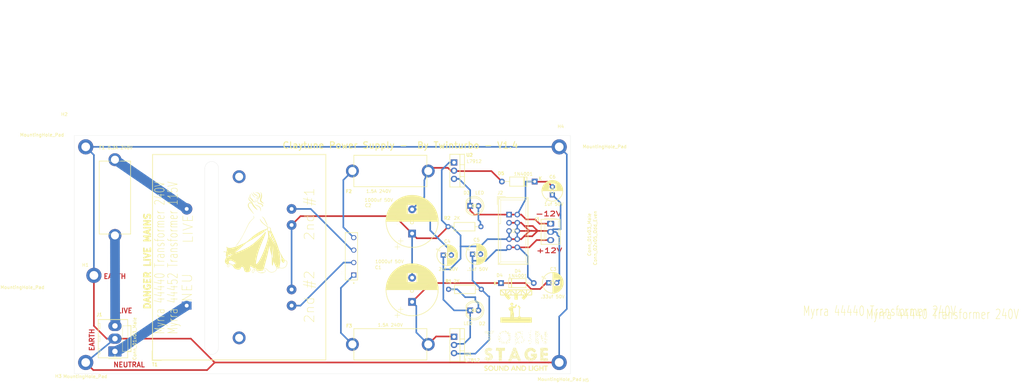
<source format=kicad_pcb>
(kicad_pcb (version 20171130) (host pcbnew 5.1.5-52549c5~86~ubuntu18.04.1)
  (layers (0 F.Cu signal) (31 B.Cu signal) (34 B.Paste user) (35 F.Paste user) (36 B.SilkS user) (37 F.SilkS user) (38 B.Mask user) (39 F.Mask user) (44 Edge.Cuts user))
  (net 0 "")
  (net 1 "Net-(C1-Pad1)")
  (net 2 "Net-(C2-Pad2)")
  (net 3 "Net-(D1-Pad4)")
  (net 4 "Net-(D1-Pad3)")
  (net 5 "Net-(D1-Pad2)")
  (net 6 "Net-(D1-Pad1)")
  (net 7 "Net-(D2-Pad2)")
  (net 8 "Net-(D3-Pad2)")
  (net 9 "Net-(F1-Pad1)")
  (net 10 GND)
  (net 11 -12V)
  (net 12 NEUT)
  (net 13 Earth)
  (net 14 LINE)
  (net 15 +12V)
  (module "" (layer F.Cu) (at 51.562 82.804)
    (fp_text reference "" (at 175.26 7.874) (layer F.SilkS) (effects (font (size 1.27 1.27))))
    (fp_text value "" (at 175.26 7.874) (layer F.SilkS) (effects (font (size 1.27 1.27))))
    (fp_text user "Myrra 44440 Transformer 240V " (at 223.012 21.336) (layer F.SilkS) (effects (font (size 3 2))))
  )
  (module "" (layer F.Cu) (at 175.26 7.874)
    (fp_text reference "" (at 80.49 79.22) (layer F.SilkS) (effects (font (size 1.27 1.27))))
    (fp_text value "" (at 80.49 79.22) (layer F.SilkS) (effects (font (size 1.27 1.27))))
    (fp_text user "Myrra 44440 Transformer 240V " (at 118.844 97.254) (layer F.SilkS) (effects (font (size 3 2))))
  )
  (module AA-ROB:GX-F1 (layer F.Cu) (at 80.49 79.22)
    (fp_text reference G2 hide)
    (fp_text value LOGO hide)
  )
  (module AA-ROB:GX-TOBINLOGO (layer F.Cu) (at 161.29 110.16)
    (fp_text reference G1 hide)
    (fp_text value LOGO hide)
  )
  (module Capacitor_THT:CP_Radial_D6.3mm_P2.50mm (layer F.Cu) (at 172.466 68.072 90)
    (fp_text reference C6 (at 5.562 0.014 180) (layer F.SilkS))
    (fp_text value "1uf 50V" (at -2.878 0.454 180) (layer F.SilkS))
    (fp_text user %R (at 1.25 0 90) (layer F.SilkS))
    (pad 2 thru_hole circle (at 2.5 0 90) (size 1.6 1.6) (drill 0.8) (layers *.Cu *.Mask) (net 11 -12V))
    (pad 1 thru_hole rect (at 0 0 90) (size 1.6 1.6) (drill 0.8) (layers *.Cu *.Mask) (net 10 GND))
  )
  (module MountingHole:MountingHole_2.7mm_M2.5_DIN965_Pad (layer F.Cu) (at 174.57 120.08)
    (fp_text reference H5 (at 8.21 5.52) (layer F.SilkS))
    (fp_text value MountingHole_Pad (at 0.1 5.22) (layer F.SilkS))
    (fp_text user %R (at 0.3 0) (layer F.SilkS))
    (pad 1 thru_hole circle (at 0 0) (size 4.7 4.7) (drill 2.7) (layers *.Cu *.Mask) (net 13 Earth))
  )
  (module MountingHole:MountingHole_2.7mm_M2.5_DIN965_Pad (layer F.Cu) (at 174.58 53.19)
    (fp_text reference H4 (at 0.48 -6.33) (layer F.SilkS))
    (fp_text value MountingHole_Pad (at 14.08 -0.08) (layer F.SilkS))
    (fp_text user %R (at 0.3 0) (layer F.SilkS))
    (pad 1 thru_hole circle (at 0 0) (size 4.7 4.7) (drill 2.7) (layers *.Cu *.Mask) (net 13 Earth))
  )
  (module MountingHole:MountingHole_2.7mm_M2.5_DIN965_Pad (layer F.Cu) (at 27.87 120.08)
    (fp_text reference H3 (at -8.48 4.25) (layer F.SilkS))
    (fp_text value MountingHole_Pad (at -0.15 4.33) (layer F.SilkS))
    (fp_text user %R (at 0.3 0) (layer F.SilkS))
    (pad 1 thru_hole circle (at 0 0) (size 4.7 4.7) (drill 2.7) (layers *.Cu *.Mask) (net 13 Earth))
  )
  (module MountingHole:MountingHole_2.7mm_M2.5_DIN965_Pad (layer F.Cu) (at 27.88 53.18)
    (fp_text reference H2 (at -6.62 -10.09) (layer F.SilkS))
    (fp_text value MountingHole_Pad (at -13.55 -3.71) (layer F.SilkS))
    (fp_text user %R (at 0.3 0) (layer F.SilkS))
    (pad 1 thru_hole circle (at 0 0) (size 4.7 4.7) (drill 2.7) (layers *.Cu *.Mask) (net 13 Earth))
  )
  (module AA-ROB:PCB-20MM-FUSE-HOLDER (layer F.Cu) (at 133.5 114.46 180)
    (fp_text reference F3 (at 24.04 5.7 180) (layer F.SilkS))
    (fp_text value "1.5A 240V" (at 11.25 6 180) (layer F.SilkS))
    (fp_text user %R (at 24.01 5.76 180) (layer F.SilkS))
    (pad 1 thru_hole circle (at -0.5 0 180) (size 4 4) (drill 2.5) (layers *.Cu *.Mask) (net 1 "Net-(C1-Pad1)"))
    (pad 2 thru_hole circle (at 23 0 180) (size 4 4) (drill 2.5) (layers *.Cu *.Mask) (net 6 "Net-(D1-Pad1)"))
  )
  (module AA-ROB:PCB-20MM-FUSE-HOLDER (layer F.Cu) (at 133.5 60.67 180)
    (fp_text reference F2 (at 24.15 -6.27 180) (layer F.SilkS))
    (fp_text value "1.5A 240V" (at 14.86 -6.27 180) (layer F.SilkS))
    (fp_text user %R (at 24.06 -6.36 180) (layer F.SilkS))
    (pad 1 thru_hole circle (at -0.5 0 180) (size 4 4) (drill 2.5) (layers *.Cu *.Mask) (net 2 "Net-(C2-Pad2)"))
    (pad 2 thru_hole circle (at 23 0 180) (size 4 4) (drill 2.5) (layers *.Cu *.Mask) (net 3 "Net-(D1-Pad4)"))
  )
  (module ROBSLIBRARY:googiefuse (layer F.Cu) (at 36.93 57.66 270)
    (fp_text reference F1 (at -4.23 4.02 180) (layer F.SilkS))
    (fp_text value "0.2A 240V" (at -4.24 -1.58 180) (layer F.SilkS))
    (fp_text user %R (at -4.22 4.02 180) (layer F.SilkS))
    (pad 2 thru_hole circle (at 23 0 270) (size 4 4) (drill 2.5) (layers *.Cu *.Mask) (net 14 LINE))
    (pad 1 thru_hole circle (at -0.5 0 270) (size 4 4) (drill 2.5) (layers *.Cu *.Mask) (net 9 "Net-(F1-Pad1)"))
  )
  (module Capacitor_THT:CP_Radial_D6.3mm_P2.50mm (layer F.Cu) (at 147.71 86.48)
    (fp_text reference C5 (at 1.26 -4.44) (layer F.SilkS))
    (fp_text value ".1uf 50V" (at 1.56 4.63 180) (layer F.SilkS))
    (fp_text user %R (at 1.25 0) (layer F.SilkS))
    (pad 2 thru_hole circle (at 2.5 0) (size 1.6 1.6) (drill 0.8) (layers *.Cu *.Mask) (net 10 GND))
    (pad 1 thru_hole rect (at 0 0) (size 1.6 1.6) (drill 0.8) (layers *.Cu *.Mask) (net 15 +12V))
  )
  (module Capacitor_THT:CP_Radial_D6.3mm_P2.50mm (layer F.Cu) (at 138.65 86.78)
    (fp_text reference C4 (at 1.26 -4.29) (layer F.SilkS))
    (fp_text value "2uf 50V" (at 1.55 4.33) (layer F.SilkS))
    (fp_text user %R (at 1.25 0) (layer F.SilkS))
    (pad 2 thru_hole circle (at 2.5 0) (size 1.6 1.6) (drill 0.8) (layers *.Cu *.Mask) (net 2 "Net-(C2-Pad2)"))
    (pad 1 thru_hole rect (at 0 0) (size 1.6 1.6) (drill 0.8) (layers *.Cu *.Mask) (net 10 GND))
  )
  (module Capacitor_THT:CP_Radial_D6.3mm_P2.50mm (layer F.Cu) (at 171.33 95.36)
    (fp_text reference C3 (at 1.38 -4.25) (layer F.SilkS))
    (fp_text value ".33uf 50V" (at 1.23 4.3) (layer F.SilkS))
    (fp_text user %R (at 1.25 0) (layer F.SilkS))
    (pad 2 thru_hole circle (at 2.5 0) (size 1.6 1.6) (drill 0.8) (layers *.Cu *.Mask) (net 10 GND))
    (pad 1 thru_hole rect (at 0 0) (size 1.6 1.6) (drill 0.8) (layers *.Cu *.Mask) (net 1 "Net-(C1-Pad1)"))
  )
  (module Diode_THT:D_A-405_P10.16mm_Horizontal (layer F.Cu) (at 166.98 63.95 180)
    (fp_text reference D5 (at 10.43 2.5) (layer F.SilkS))
    (fp_text value 1N4001 (at 3.53 2.33) (layer F.SilkS))
    (fp_text user K (at -1.78 1) (layer F.SilkS))
    (fp_text user K (at -1.69 0.91) (layer F.SilkS))
    (fp_text user %R (at 10.43 2.59) (layer F.SilkS))
    (pad 2 thru_hole oval (at 10.16 0 180) (size 1.8 1.8) (drill 0.9) (layers *.Cu *.Mask) (net 2 "Net-(C2-Pad2)"))
    (pad 1 thru_hole rect (at 0 0 180) (size 1.8 1.8) (drill 0.9) (layers *.Cu *.Mask) (net 11 -12V))
  )
  (module Diode_THT:D_A-405_P10.16mm_Horizontal (layer F.Cu) (at 156.53 95.44)
    (fp_text reference D4 (at -0.41 -2.41) (layer F.SilkS))
    (fp_text value 1N4001 (at 5.2 -2.23) (layer F.SilkS))
    (fp_text user K (at -1.81 0.09) (layer F.SilkS))
    (fp_text user K (at -1.66 0.17) (layer F.SilkS))
    (fp_text user %R (at 5.2 -3.72) (layer F.SilkS))
    (pad 2 thru_hole oval (at 10.16 0) (size 1.8 1.8) (drill 0.9) (layers *.Cu *.Mask) (net 15 +12V))
    (pad 1 thru_hole rect (at 0 0) (size 1.8 1.8) (drill 0.9) (layers *.Cu *.Mask) (net 1 "Net-(C1-Pad1)"))
  )
  (module Package_TO_SOT_THT:TO-220-3_Vertical (layer F.Cu) (at 142 58.03 270)
    (fp_text reference U2 (at -2.27 -4.84 180) (layer F.SilkS))
    (fp_text value L7912 (at -0.36 -6.22 180) (layer F.SilkS))
    (fp_text user %R (at -2.37 -4.74 180) (layer F.SilkS))
    (pad 3 thru_hole oval (at 5.08 0 270) (size 1.905 2) (drill 1.1) (layers *.Cu *.Mask) (net 11 -12V))
    (pad 2 thru_hole oval (at 2.54 0 270) (size 1.905 2) (drill 1.1) (layers *.Cu *.Mask) (net 2 "Net-(C2-Pad2)"))
    (pad 1 thru_hole rect (at 0 0 270) (size 1.905 2) (drill 1.1) (layers *.Cu *.Mask) (net 10 GND))
  )
  (module Package_TO_SOT_THT:TO-220-3_Vertical (layer F.Cu) (at 142 112.1 270)
    (fp_text reference U1 (at 5.44 -4.46 180) (layer F.SilkS))
    (fp_text value L7812 (at 7.28 -5.69 180) (layer F.SilkS))
    (fp_text user %R (at 5.44 -4.52 180) (layer F.SilkS))
    (pad 3 thru_hole oval (at 5.08 0 270) (size 1.905 2) (drill 1.1) (layers *.Cu *.Mask) (net 15 +12V))
    (pad 2 thru_hole oval (at 2.54 0 270) (size 1.905 2) (drill 1.1) (layers *.Cu *.Mask) (net 10 GND))
    (pad 1 thru_hole rect (at 0 0 270) (size 1.905 2) (drill 1.1) (layers *.Cu *.Mask) (net 1 "Net-(C1-Pad1)"))
  )
  (module ROBSLIBRARY:Transformer_Myrra_44440 (layer F.Cu) (at 48.66 119.24 90)
    (fp_text reference T1 (at -1.41 0.58 180) (layer F.SilkS))
    (fp_text value "Myrra 44440 Transformer 240V " (at 32.372 2.14 90) (layer F.SilkS) (effects (font (size 3 2))))
    (fp_text user %R (at -1.55 0.66 180) (layer F.SilkS))
    (fp_text user NEU (at 22.352 10.668 90) (layer F.SilkS) (effects (font (size 3 3))))
    (fp_text user LIVE (at 40.64 10.922 90) (layer F.SilkS) (effects (font (size 3 3))))
    (fp_text user "2nd #2" (at 19.558 48.514 90) (layer F.SilkS) (effects (font (size 3 3))))
    (fp_text user "2nd #1" (at 45.212 48.514 90) (layer F.SilkS) (effects (font (size 3 3))))
    (pad 1 thru_hole rect (at 16.8 10.5 90) (size 2.5 3) (drill 1.2) (layers *.Cu *.Mask) (net 12 NEUT))
    (pad 2 thru_hole circle (at 46.8 10.5 90) (size 3.5 3.5) (drill 1.2) (layers *.Cu *.Mask) (net 9 "Net-(F1-Pad1)"))
    (pad 4 thru_hole circle (at 41.8 43 90) (size 3 3) (drill 1.2) (layers *.Cu *.Mask) (net 10 GND))
    (pad 3 thru_hole circle (at 46.8 43 90) (size 3 3) (drill 1.2) (layers *.Cu *.Mask) (net 4 "Net-(D1-Pad3)"))
    (pad 6 thru_hole circle (at 16.8 43 90) (size 3 3) (drill 1.2) (layers *.Cu *.Mask) (net 5 "Net-(D1-Pad2)"))
    (pad 5 thru_hole circle (at 21.8 43 90) (size 3 3) (drill 1.2) (layers *.Cu *.Mask) (net 10 GND))
    (pad "" thru_hole circle (at 56.8 26.75 90) (size 4 4) (drill 2.5) (layers *.Cu *.Mask))
    (pad "" thru_hole circle (at 6.8 26.75 90) (size 4 4) (drill 2.5) (layers *.Cu *.Mask))
  )
  (module Capacitor_THT:CP_Radial_D16.0mm_P7.50mm (layer F.Cu) (at 129 101.28 90)
    (fp_text reference C1 (at 10.67 -10.5 180) (layer F.SilkS))
    (fp_text value "1000uf 50V" (at 12.51 -7.02 180) (layer F.SilkS))
    (fp_text user %R (at 3.75 0 90) (layer F.SilkS))
    (pad 2 thru_hole circle (at 7.5 0 90) (size 2.4 2.4) (drill 1.2) (layers *.Cu *.Mask) (net 10 GND))
    (pad 1 thru_hole rect (at 0 0 90) (size 2.4 2.4) (drill 1.2) (layers *.Cu *.Mask) (net 1 "Net-(C1-Pad1)"))
  )
  (module Capacitor_THT:CP_Radial_D16.0mm_P7.50mm (layer F.Cu) (at 129 80.07 90)
    (fp_text reference C2 (at 8.72 -13.62 180) (layer F.SilkS))
    (fp_text value "1000uf 50V" (at 10.37 -10.32 180) (layer F.SilkS))
    (fp_text user %R (at 3.75 0 90) (layer F.SilkS))
    (pad 1 thru_hole rect (at 0 0 90) (size 2.4 2.4) (drill 1.2) (layers *.Cu *.Mask) (net 10 GND))
    (pad 2 thru_hole circle (at 7.5 0 90) (size 2.4 2.4) (drill 1.2) (layers *.Cu *.Mask) (net 2 "Net-(C2-Pad2)"))
  )
  (module ROBSLIBRARY:SIP380W81P386L1470H1270Q4 (layer F.Cu) (at 110.92 92.95 90)
    (fp_text reference D1 (at 0.79 -3.508 90) (layer F.SilkS) (effects (font (size 0.8 0.8) (thickness 0.015))))
    (fp_text value KBP206 (at 17.78 13.57 90) (layer F.SilkS) (effects (font (size 0.8 0.8) (thickness 0.015))))
    (pad 4 thru_hole circle (at 11.595 0 90) (size 1.59 1.59) (drill 1.06) (layers *.Cu *.Mask) (net 3 "Net-(D1-Pad4)"))
    (pad 3 thru_hole circle (at 7.73 0 90) (size 1.59 1.59) (drill 1.06) (layers *.Cu *.Mask) (net 4 "Net-(D1-Pad3)"))
    (pad 2 thru_hole circle (at 3.865 0 90) (size 1.59 1.59) (drill 1.06) (layers *.Cu *.Mask) (net 5 "Net-(D1-Pad2)"))
    (pad 1 thru_hole rect (at 0 0 90) (size 1.59 1.59) (drill 1.06) (layers *.Cu *.Mask) (net 6 "Net-(D1-Pad1)"))
  )
  (module LED_THT:LED_D5.0mm (layer F.Cu) (at 147 103.92)
    (fp_text reference D2 (at 3.7 4.1) (layer F.SilkS))
    (fp_text value LED (at -0.66 4.04) (layer F.SilkS))
    (fp_text user %R (at 1.25 0) (layer F.SilkS) (effects (font (size 0.8 0.8) (thickness 0.2))))
    (pad 2 thru_hole circle (at 2.54 0) (size 1.8 1.8) (drill 0.9) (layers *.Cu *.Mask) (net 7 "Net-(D2-Pad2)"))
    (pad 1 thru_hole rect (at 0 0) (size 1.8 1.8) (drill 0.9) (layers *.Cu *.Mask) (net 10 GND))
  )
  (module LED_THT:LED_D5.0mm (layer F.Cu) (at 147 71.51)
    (fp_text reference D3 (at -1.11 -4.07) (layer F.SilkS))
    (fp_text value LED (at 2.92 -4.07) (layer F.SilkS))
    (fp_text user %R (at 1.25 0) (layer F.SilkS) (effects (font (size 0.8 0.8) (thickness 0.2))))
    (pad 1 thru_hole rect (at 0 0) (size 1.8 1.8) (drill 0.9) (layers *.Cu *.Mask) (net 11 -12V))
    (pad 2 thru_hole circle (at 2.54 0) (size 1.8 1.8) (drill 0.9) (layers *.Cu *.Mask) (net 8 "Net-(D3-Pad2)"))
  )
  (module MountingHole:MountingHole_2.7mm_M2.5_DIN965_Pad (layer F.Cu) (at 30.41 93.06)
    (fp_text reference H1 (at -2.64 -3.22) (layer F.SilkS))
    (fp_text value MountingHole_Pad (at -22.16 3.71) (layer F.SilkS))
    (fp_text user %R (at 0.3 0) (layer F.SilkS))
    (pad 1 thru_hole circle (at 0 0) (size 4.7 4.7) (drill 2.7) (layers *.Cu *.Mask) (net 13 Earth))
  )
  (module Connector_Molex:Molex_KK-396_A-41791-0003_1x03_P3.96mm_Vertical (layer F.Cu) (at 36.93 116.65 90)
    (fp_text reference J1 (at 11.33 -4.86 180) (layer F.SilkS))
    (fp_text value Conn_01x03_Male (at 3.96 6.1 90) (layer F.SilkS))
    (fp_text user %R (at 11.48 -4.79 180) (layer F.SilkS))
    (pad 1 thru_hole roundrect (at 0 0 90) (size 3.16 4.1) (drill 1.7) (layers *.Cu *.Mask) (roundrect_rratio 0.079114) (net 12 NEUT))
    (pad 2 thru_hole oval (at 3.96 0 90) (size 3.16 4.1) (drill 1.7) (layers *.Cu *.Mask) (net 13 Earth))
    (pad 3 thru_hole oval (at 7.92 0 90) (size 3.16 4.1) (drill 1.7) (layers *.Cu *.Mask) (net 14 LINE))
  )
  (module Connector_IDC:IDC-Header_2x05_P2.54mm_Vertical (layer F.Cu) (at 159.05 74.2)
    (fp_text reference J2 (at -2.76 -6.76) (layer F.SilkS))
    (fp_text value Conn_02x05_Odd_Even (at 26.68 7.26 90) (layer F.SilkS))
    (fp_text user %R (at 1.27 5.08) (layer F.SilkS))
    (pad 1 thru_hole rect (at 0 0) (size 1.7272 1.7272) (drill 1.016) (layers *.Cu *.Mask) (net 11 -12V))
    (pad 2 thru_hole oval (at 2.54 0) (size 1.7272 1.7272) (drill 1.016) (layers *.Cu *.Mask) (net 11 -12V))
    (pad 3 thru_hole oval (at 0 2.54) (size 1.7272 1.7272) (drill 1.016) (layers *.Cu *.Mask) (net 10 GND))
    (pad 4 thru_hole oval (at 2.54 2.54) (size 1.7272 1.7272) (drill 1.016) (layers *.Cu *.Mask) (net 10 GND))
    (pad 5 thru_hole oval (at 0 5.08) (size 1.7272 1.7272) (drill 1.016) (layers *.Cu *.Mask) (net 10 GND))
    (pad 6 thru_hole oval (at 2.54 5.08) (size 1.7272 1.7272) (drill 1.016) (layers *.Cu *.Mask) (net 10 GND))
    (pad 7 thru_hole oval (at 0 7.62) (size 1.7272 1.7272) (drill 1.016) (layers *.Cu *.Mask) (net 10 GND))
    (pad 8 thru_hole oval (at 2.54 7.62) (size 1.7272 1.7272) (drill 1.016) (layers *.Cu *.Mask) (net 10 GND))
    (pad 9 thru_hole oval (at 0 10.16) (size 1.7272 1.7272) (drill 1.016) (layers *.Cu *.Mask) (net 15 +12V))
    (pad 10 thru_hole oval (at 2.54 10.16) (size 1.7272 1.7272) (drill 1.016) (layers *.Cu *.Mask) (net 15 +12V))
  )
  (module Connector_Molex:Molex_KK-254_AE-6410-03A_1x03_P2.54mm_Vertical (layer F.Cu) (at 171.92 77.03 270)
    (fp_text reference J3 (at -1.4 4.4 180) (layer F.SilkS))
    (fp_text value Conn_01x03_Male (at 3.37 -12 90) (layer F.SilkS))
    (fp_text user %R (at -1.4 4.4 180) (layer F.SilkS))
    (pad 1 thru_hole roundrect (at 0 0 270) (size 1.74 2.2) (drill 1.2) (layers *.Cu *.Mask) (roundrect_rratio 0.143678) (net 11 -12V))
    (pad 2 thru_hole oval (at 2.54 0 270) (size 1.74 2.2) (drill 1.2) (layers *.Cu *.Mask) (net 10 GND))
    (pad 3 thru_hole oval (at 5.08 0 270) (size 1.74 2.2) (drill 1.2) (layers *.Cu *.Mask) (net 15 +12V))
  )
  (module Resistor_THT:R_Axial_DIN0207_L6.3mm_D2.5mm_P10.16mm_Horizontal (layer F.Cu) (at 150.45 97.37 180)
    (fp_text reference R1 (at 10.19 2.54) (layer F.SilkS))
    (fp_text value 2K (at 7.64 2.54) (layer F.SilkS))
    (fp_text user %R (at 10.08 2.33) (layer F.SilkS))
    (pad 2 thru_hole oval (at 10.16 0 180) (size 1.6 1.6) (drill 0.8) (layers *.Cu *.Mask) (net 7 "Net-(D2-Pad2)"))
    (pad 1 thru_hole circle (at 0 0 180) (size 1.6 1.6) (drill 0.8) (layers *.Cu *.Mask) (net 15 +12V))
  )
  (module Resistor_THT:R_Axial_DIN0207_L6.3mm_D2.5mm_P10.16mm_Horizontal (layer F.Cu) (at 140.16 77.95)
    (fp_text reference R2 (at -0.32 -2.66) (layer F.SilkS))
    (fp_text value 2K (at 2.76 -2.66) (layer F.SilkS))
    (fp_text user %R (at -0.22 -2.66) (layer F.SilkS))
    (pad 1 thru_hole circle (at 0 0) (size 1.6 1.6) (drill 0.8) (layers *.Cu *.Mask) (net 10 GND))
    (pad 2 thru_hole oval (at 10.16 0) (size 1.6 1.6) (drill 0.8) (layers *.Cu *.Mask) (net 8 "Net-(D3-Pad2)"))
  )
  (gr_text "Myrra 44452 Transformer 115V " (at 54.864 86.868 90) (layer F.SilkS) (effects (font (size 3 2))))
  (gr_text "DANGER LIVE MAINS" (at 46.99 88.64 90) (layer F.SilkS) (effects (font (size 2 2) (thickness 0.5))))
  (gr_text EARTH (at 36.89 93.37) (layer F.Cu) (effects (font (size 1.5 1.5) (thickness 0.3))))
  (gr_text EARTH (at 29.8 113.05 90) (layer F.Cu) (effects (font (size 1.5 1.5) (thickness 0.3))))
  (gr_text NEUTRAL (at 41.32 120.77) (layer F.Cu) (effects (font (size 1.5 1.5) (thickness 0.3))))
  (gr_text LIVE (at 39.99 104.01) (layer F.Cu) (effects (font (size 1.5 1.5) (thickness 0.3))))
  (gr_text +12V (at 171.5 85.36) (layer F.Cu) (effects (font (size 1.5 2) (thickness 0.3))))
  (gr_text -12V (at 171.24 73.95) (layer F.Cu) (effects (font (size 1.5 2) (thickness 0.3))))
  (gr_text "Claytune Power Supply -  By Twinturbo - V1.4" (at 125.36 52.7) (layer F.SilkS) (effects (font (size 2 2) (thickness 0.3))))
  (gr_arc (start 66.899999 59.840001) (end 69.009998 59.830002) (angle -180) (layer Edge.Cuts) (width 0.05))
  (gr_line (start 69.01 59.83) (end 69.01 115.47) (layer Edge.Cuts) (width 0.05))
  (gr_arc (start 66.9 115.48) (end 64.790001 115.489999) (angle -180) (layer Edge.Cuts) (width 0.05))
  (gr_line (start 64.79 59.85) (end 64.79 115.49) (layer Edge.Cuts) (width 0.05))
  (gr_line (start 24.37 123.58) (end 24.37 49.68) (layer Edge.Cuts) (width 0.05))
  (gr_line (start 178.07 123.58) (end 24.37 123.58) (layer Edge.Cuts) (width 0.05))
  (gr_line (start 178.07 49.68) (end 178.07 123.58) (layer Edge.Cuts) (width 0.05))
  (gr_line (start 24.37 49.68) (end 178.07 49.68) (layer Edge.Cuts) (width 0.05))
  (segment (start 130.302 110.762) (end 134 114.46) (width 0.5) (layer B.Cu) (net 1))
  (segment (start 129 101.28) (end 130.302 102.582) (width 0.5) (layer B.Cu) (net 1))
  (segment (start 130.302 102.582) (end 130.302 110.762) (width 0.5) (layer B.Cu) (net 1))
  (segment (start 136.446 112.014) (end 134 114.46) (width 0.5) (layer F.Cu) (net 1))
  (segment (start 142 112.1) (end 141.914 112.014) (width 0.5) (layer F.Cu) (net 1))
  (segment (start 141.914 112.014) (end 136.446 112.014) (width 0.5) (layer F.Cu) (net 1))
  (segment (start 170.578 95.36) (end 171.33 95.36) (width 0.5) (layer F.Cu) (net 1))
  (segment (start 165.862 97.282) (end 168.656 97.282) (width 0.5) (layer F.Cu) (net 1))
  (segment (start 168.656 97.282) (end 170.578 95.36) (width 0.5) (layer F.Cu) (net 1))
  (segment (start 164.02 95.44) (end 156.53 95.44) (width 0.5) (layer F.Cu) (net 1))
  (segment (start 165.862 97.282) (end 164.02 95.44) (width 0.5) (layer F.Cu) (net 1))
  (segment (start 134.84 95.44) (end 156.53 95.44) (width 0.5) (layer F.Cu) (net 1))
  (segment (start 129 101.28) (end 134.84 95.44) (width 0.5) (layer F.Cu) (net 1))
  (segment (start 133.276 72.57) (end 129 72.57) (width 0.5) (layer B.Cu) (net 2))
  (segment (start 134.62 73.914) (end 133.276 72.57) (width 0.5) (layer B.Cu) (net 2))
  (segment (start 134.62 79.11863) (end 134.62 73.914) (width 0.5) (layer B.Cu) (net 2))
  (segment (start 141.15 86.78) (end 141.15 85.64863) (width 0.5) (layer B.Cu) (net 2))
  (segment (start 141.15 85.64863) (end 134.62 79.11863) (width 0.5) (layer B.Cu) (net 2))
  (segment (start 132.788406 68.781594) (end 129 72.57) (width 0.5) (layer B.Cu) (net 2))
  (segment (start 132.788406 63.553594) (end 132.788406 68.781594) (width 0.5) (layer B.Cu) (net 2))
  (segment (start 132.788406 63.553594) (end 134 60.67) (width 0.5) (layer B.Cu) (net 2))
  (segment (start 142.136 60.706) (end 142 60.57) (width 0.5) (layer F.Cu) (net 2))
  (segment (start 156.82 63.95) (end 153.576 60.706) (width 0.5) (layer F.Cu) (net 2))
  (segment (start 153.576 60.706) (end 142.136 60.706) (width 0.5) (layer F.Cu) (net 2))
  (segment (start 142 60.57) (end 141.0086 60.6037) (width 0.5) (layer F.Cu) (net 2))
  (segment (start 134.98 59.69) (end 134 60.67) (width 0.5) (layer F.Cu) (net 2))
  (segment (start 140.0949 59.69) (end 134.98 59.69) (width 0.5) (layer F.Cu) (net 2))
  (segment (start 141.0086 60.6037) (end 140.0949 59.69) (width 0.5) (layer F.Cu) (net 2))
  (segment (start 110.92 81.355) (end 107.696 78.131) (width 0.5) (layer B.Cu) (net 3))
  (segment (start 107.696 63.474) (end 110.5 60.67) (width 0.5) (layer B.Cu) (net 3))
  (segment (start 107.696 78.131) (end 107.696 63.474) (width 0.5) (layer B.Cu) (net 3))
  (segment (start 110.92 85.22) (end 110.366 85.22) (width 0.5) (layer B.Cu) (net 4))
  (segment (start 97.586 72.44) (end 91.66 72.44) (width 0.5) (layer B.Cu) (net 4))
  (segment (start 110.366 85.22) (end 97.586 72.44) (width 0.5) (layer B.Cu) (net 4))
  (segment (start 94.41 102.44) (end 91.66 102.44) (width 0.5) (layer B.Cu) (net 5))
  (segment (start 110.92 89.085) (end 107.765 89.085) (width 0.5) (layer B.Cu) (net 5))
  (segment (start 107.765 89.085) (end 94.41 102.44) (width 0.5) (layer B.Cu) (net 5))
  (segment (start 106.934 110.894) (end 110.5 114.46) (width 0.5) (layer B.Cu) (net 6))
  (segment (start 110.92 92.95) (end 106.934 96.936) (width 0.5) (layer B.Cu) (net 6))
  (segment (start 106.934 96.936) (end 106.934 110.894) (width 0.5) (layer B.Cu) (net 6))
  (segment (start 149.54 101.788) (end 149.54 103.92) (width 0.5) (layer B.Cu) (net 7))
  (segment (start 148.59 100.838) (end 149.54 101.788) (width 0.5) (layer B.Cu) (net 7))
  (segment (start 148.59 99.822) (end 148.59 100.838) (width 0.5) (layer B.Cu) (net 7))
  (segment (start 145.442 99.822) (end 148.59 99.822) (width 0.5) (layer B.Cu) (net 7))
  (segment (start 140.29 97.37) (end 142.99 97.37) (width 0.5) (layer B.Cu) (net 7))
  (segment (start 142.99 97.37) (end 145.442 99.822) (width 0.5) (layer B.Cu) (net 7))
  (segment (start 149.54 75.835746) (end 149.54 71.51) (width 0.5) (layer B.Cu) (net 8))
  (segment (start 150.136127 76.431873) (end 149.54 75.835746) (width 0.5) (layer B.Cu) (net 8))
  (segment (start 150.32 77.95) (end 150.136127 76.431873) (width 0.5) (layer B.Cu) (net 8))
  (segment (start 59.16 72.44) (end 36.93 57.16) (width 3) (layer B.Cu) (net 9))
  (segment (start 140.16 77.9501) (end 140.16 77.9505) (width 0.5) (layer B.Cu) (net 10))
  (segment (start 150.0305 86.3436) (end 150.21 86.48) (width 0.5) (layer B.Cu) (net 10))
  (segment (start 140.16 77.95) (end 140.16 77.9501) (width 0.5) (layer B.Cu) (net 10))
  (segment (start 140.16 77.9501) (end 140.1494 77.423) (width 0.5) (layer B.Cu) (net 10))
  (segment (start 159.05 80.55) (end 159.05 79.28) (width 0.5) (layer B.Cu) (net 10))
  (segment (start 159.05 81.82) (end 159.05 80.55) (width 0.5) (layer B.Cu) (net 10))
  (segment (start 171.92 79.57) (end 172.3319 79.1206) (width 0.5) (layer B.Cu) (net 10))
  (segment (start 172.6181 79.806) (end 172.3319 79.1206) (width 0.5) (layer B.Cu) (net 10))
  (segment (start 91.66 97.44) (end 91.66 77.44) (width 0.5) (layer B.Cu) (net 10))
  (segment (start 129 93.78) (end 129 80.07) (width 0.5) (layer B.Cu) (net 10))
  (segment (start 161.59 76.74) (end 159.05 76.74) (width 0.5) (layer F.Cu) (net 10))
  (segment (start 161.59 79.28) (end 161.59 76.74) (width 0.5) (layer B.Cu) (net 10))
  (segment (start 161.59 79.28) (end 161.59 81.82) (width 0.5) (layer B.Cu) (net 10))
  (segment (start 161.59 81.82) (end 159.05 81.82) (width 0.5) (layer F.Cu) (net 10))
  (segment (start 91.66 77.44) (end 94.424 74.676) (width 0.5) (layer F.Cu) (net 10))
  (segment (start 123.606 74.676) (end 129 80.07) (width 0.5) (layer F.Cu) (net 10))
  (segment (start 94.424 74.676) (end 123.606 74.676) (width 0.5) (layer F.Cu) (net 10))
  (segment (start 142.34 114.3) (end 142 114.64) (width 0.5) (layer B.Cu) (net 10))
  (segment (start 145.034 114.3) (end 142.34 114.3) (width 0.5) (layer B.Cu) (net 10))
  (segment (start 147 112.334) (end 145.034 114.3) (width 0.5) (layer B.Cu) (net 10))
  (segment (start 147 103.92) (end 147 112.334) (width 0.5) (layer B.Cu) (net 10))
  (segment (start 139.1489 87.2789) (end 138.65 86.78) (width 0.5) (layer B.Cu) (net 10))
  (segment (start 138.684 91.186) (end 140.716 91.186) (width 0.5) (layer B.Cu) (net 10))
  (segment (start 138.684 91.186) (end 138.684 86.868) (width 0.5) (layer B.Cu) (net 10))
  (segment (start 140.716 91.186) (end 144.018 87.884) (width 0.5) (layer B.Cu) (net 10))
  (segment (start 144.018 87.884) (end 144.018 84.074) (width 0.5) (layer B.Cu) (net 10))
  (segment (start 144.018 84.074) (end 150.114 84.074) (width 0.5) (layer B.Cu) (net 10))
  (segment (start 150.21 84.17) (end 150.21 86.48) (width 0.5) (layer B.Cu) (net 10))
  (segment (start 150.114 84.074) (end 150.21 84.17) (width 0.5) (layer B.Cu) (net 10))
  (segment (start 140.16 77.95) (end 141.29137 77.95) (width 0.5) (layer B.Cu) (net 10))
  (segment (start 144.018 80.67663) (end 144.018 84.074) (width 0.5) (layer B.Cu) (net 10))
  (segment (start 141.29137 77.95) (end 144.018 80.67663) (width 0.5) (layer B.Cu) (net 10))
  (segment (start 144.7514 103.92) (end 147 103.92) (width 0.5) (layer B.Cu) (net 10))
  (segment (start 142.02 103.92) (end 144.7514 103.92) (width 0.5) (layer B.Cu) (net 10))
  (segment (start 138.684 91.186) (end 138.684 100.584) (width 0.5) (layer B.Cu) (net 10))
  (segment (start 138.684 100.584) (end 142.02 103.92) (width 0.5) (layer B.Cu) (net 10))
  (segment (start 152.368 81.82) (end 150.114 84.074) (width 0.5) (layer B.Cu) (net 10))
  (segment (start 159.05 81.82) (end 152.368 81.82) (width 0.5) (layer B.Cu) (net 10))
  (segment (start 171.63 79.28) (end 171.92 79.57) (width 0.5) (layer F.Cu) (net 10))
  (segment (start 165.319314 79.248) (end 166.116 79.248) (width 0.5) (layer F.Cu) (net 10))
  (segment (start 161.59 76.74) (end 162.811314 76.74) (width 0.5) (layer F.Cu) (net 10))
  (segment (start 161.59 79.28) (end 166.116 79.248) (width 0.5) (layer F.Cu) (net 10))
  (segment (start 165.209657 79.421657) (end 165.209657 79.138343) (width 0.5) (layer F.Cu) (net 10))
  (segment (start 161.59 81.82) (end 162.811314 81.82) (width 0.5) (layer F.Cu) (net 10))
  (segment (start 165.209657 79.138343) (end 165.319314 79.248) (width 0.5) (layer F.Cu) (net 10))
  (segment (start 166.387343 77.741343) (end 167.894 79.248) (width 0.5) (layer F.Cu) (net 10))
  (segment (start 163.812657 77.741343) (end 166.387343 77.741343) (width 0.5) (layer F.Cu) (net 10))
  (segment (start 167.894 79.248) (end 171.63 79.28) (width 0.5) (layer F.Cu) (net 10))
  (segment (start 163.812657 77.741343) (end 165.209657 79.138343) (width 0.5) (layer F.Cu) (net 10))
  (segment (start 162.811314 76.74) (end 163.812657 77.741343) (width 0.5) (layer F.Cu) (net 10))
  (segment (start 166.116 79.248) (end 167.894 79.248) (width 0.5) (layer F.Cu) (net 10))
  (segment (start 163.717657 80.913657) (end 166.228343 80.913657) (width 0.5) (layer F.Cu) (net 10))
  (segment (start 166.228343 80.913657) (end 167.894 79.248) (width 0.5) (layer F.Cu) (net 10))
  (segment (start 163.717657 80.913657) (end 165.209657 79.421657) (width 0.5) (layer F.Cu) (net 10))
  (segment (start 162.811314 81.82) (end 163.717657 80.913657) (width 0.5) (layer F.Cu) (net 10))
  (segment (start 140.5 58.03) (end 138.176 60.354) (width 0.5) (layer B.Cu) (net 10))
  (segment (start 142 58.03) (end 140.5 58.03) (width 0.5) (layer B.Cu) (net 10))
  (segment (start 138.176 75.966) (end 140.16 77.95) (width 0.5) (layer B.Cu) (net 10))
  (segment (start 138.176 60.354) (end 138.176 75.966) (width 0.5) (layer B.Cu) (net 10))
  (segment (start 174.0491 69.6551) (end 172.466 68.072) (width 0.5) (layer B.Cu) (net 10))
  (segment (start 172.7125 78.74) (end 175.006 78.74) (width 0.5) (layer B.Cu) (net 10))
  (segment (start 172.3319 79.1206) (end 172.7125 78.74) (width 0.5) (layer B.Cu) (net 10))
  (segment (start 175.006 78.74) (end 175.006 70.612) (width 0.5) (layer B.Cu) (net 10))
  (segment (start 175.006 70.612) (end 174.0491 69.6551) (width 0.5) (layer B.Cu) (net 10))
  (segment (start 174.629999 81.157999) (end 173.99 80.518) (width 0.5) (layer B.Cu) (net 10))
  (segment (start 173.83 95.36) (end 174.629999 94.560001) (width 0.5) (layer B.Cu) (net 10))
  (segment (start 174.629999 94.560001) (end 174.629999 81.157999) (width 0.5) (layer B.Cu) (net 10))
  (segment (start 173.52 79.57) (end 171.92 79.57) (width 0.5) (layer B.Cu) (net 10))
  (segment (start 173.99 80.04) (end 173.52 79.57) (width 0.5) (layer B.Cu) (net 10))
  (segment (start 173.99 80.518) (end 173.99 80.04) (width 0.5) (layer B.Cu) (net 10))
  (segment (start 136.576 81.534) (end 140.16 77.95) (width 0.5) (layer F.Cu) (net 10))
  (segment (start 129 80.07) (end 130.464 81.534) (width 0.5) (layer F.Cu) (net 10))
  (segment (start 130.464 81.534) (end 136.576 81.534) (width 0.5) (layer F.Cu) (net 10))
  (segment (start 160.4199 74.2011) (end 160.4136 74.2) (width 0.5) (layer F.Cu) (net 11))
  (segment (start 159.05 74.2) (end 160.4136 74.2) (width 0.5) (layer F.Cu) (net 11))
  (segment (start 162.811314 74.2) (end 164.303314 75.692) (width 0.5) (layer F.Cu) (net 11))
  (segment (start 161.59 74.2) (end 162.811314 74.2) (width 0.5) (layer F.Cu) (net 11))
  (segment (start 164.303314 75.692) (end 167.132 75.692) (width 0.5) (layer F.Cu) (net 11))
  (segment (start 168.47 77.03) (end 171.92 77.03) (width 0.5) (layer F.Cu) (net 11))
  (segment (start 167.132 75.692) (end 168.47 77.03) (width 0.5) (layer F.Cu) (net 11))
  (segment (start 157.6864 74.2) (end 159.05 74.2) (width 0.5) (layer F.Cu) (net 11))
  (segment (start 148.29 74.2) (end 157.6864 74.2) (width 0.5) (layer F.Cu) (net 11))
  (segment (start 147 72.91) (end 148.29 74.2) (width 0.5) (layer F.Cu) (net 11))
  (segment (start 147 71.51) (end 147 72.91) (width 0.5) (layer F.Cu) (net 11))
  (segment (start 147 70.11) (end 147 71.51) (width 0.5) (layer B.Cu) (net 11))
  (segment (start 147 66.61) (end 147 70.11) (width 0.5) (layer B.Cu) (net 11))
  (segment (start 143.5 63.11) (end 147 66.61) (width 0.5) (layer B.Cu) (net 11))
  (segment (start 142 63.11) (end 143.5 63.11) (width 0.5) (layer B.Cu) (net 11))
  (segment (start 164.1346 63.95) (end 166.98 63.95) (width 0.5) (layer B.Cu) (net 11))
  (segment (start 161.59 74.2) (end 164.1346 69.506) (width 0.5) (layer B.Cu) (net 11))
  (segment (start 164.1346 69.506) (end 164.1346 63.95) (width 0.5) (layer B.Cu) (net 11))
  (segment (start 170.902 64.008) (end 172.466 65.572) (width 0.5) (layer F.Cu) (net 11))
  (segment (start 166.98 63.95) (end 167.038 64.008) (width 0.5) (layer F.Cu) (net 11))
  (segment (start 167.038 64.008) (end 170.902 64.008) (width 0.5) (layer F.Cu) (net 11))
  (segment (start 36.93 116.65) (end 36.9313 116.6494) (width 3) (layer B.Cu) (net 12))
  (segment (start 36.9313 116.6494) (end 36.9349 116.6479) (width 3) (layer B.Cu) (net 12))
  (segment (start 36.9349 116.6479) (end 38.0833 116.1436) (width 3) (layer B.Cu) (net 12))
  (segment (start 38.0833 116.1436) (end 38.7697 115.8238) (width 3) (layer B.Cu) (net 12))
  (segment (start 38.7697 115.8238) (end 38.9121 115.7495) (width 3) (layer B.Cu) (net 12))
  (segment (start 38.9121 115.7495) (end 39.5741 115.342) (width 3) (layer B.Cu) (net 12))
  (segment (start 39.5741 115.342) (end 49.4427 108.6516) (width 3) (layer B.Cu) (net 12))
  (segment (start 49.4427 108.6516) (end 59.16 102.44) (width 3) (layer B.Cu) (net 12))
  (segment (start 174.5643 118.6678) (end 174.57 120.08) (width 0.5) (layer B.Cu) (net 13))
  (segment (start 36.93 112.69) (end 27.87 120.08) (width 0.5) (layer B.Cu) (net 13))
  (segment (start 171.246599 120.08) (end 174.57 120.08) (width 0.5) (layer F.Cu) (net 13))
  (segment (start 67.8363 120.08) (end 171.246599 120.08) (width 0.5) (layer F.Cu) (net 13))
  (segment (start 60.4463 112.69) (end 67.8363 120.08) (width 0.5) (layer F.Cu) (net 13))
  (segment (start 36.93 112.69) (end 60.4463 112.69) (width 0.5) (layer F.Cu) (net 13))
  (segment (start 174.57 53.18) (end 174.58 53.19) (width 0.5) (layer B.Cu) (net 13))
  (segment (start 27.88 53.18) (end 174.57 53.18) (width 0.5) (layer B.Cu) (net 13))
  (segment (start 174.57 120.08) (end 174.57 105.846) (width 0.5) (layer B.Cu) (net 13))
  (segment (start 176.929999 55.539999) (end 174.58 53.19) (width 0.5) (layer B.Cu) (net 13))
  (segment (start 176.929999 103.486001) (end 176.929999 55.539999) (width 0.5) (layer B.Cu) (net 13))
  (segment (start 174.57 105.846) (end 176.929999 103.486001) (width 0.5) (layer B.Cu) (net 13))
  (segment (start 30.41 55.71) (end 27.88 53.18) (width 0.5) (layer B.Cu) (net 13))
  (segment (start 30.41 93.06) (end 30.41 55.71) (width 0.5) (layer B.Cu) (net 13))
  (segment (start 30.219999 122.429999) (end 27.87 120.08) (width 0.5) (layer F.Cu) (net 13))
  (segment (start 65.486301 122.429999) (end 30.219999 122.429999) (width 0.5) (layer F.Cu) (net 13))
  (segment (start 67.8363 120.08) (end 65.486301 122.429999) (width 0.5) (layer F.Cu) (net 13))
  (segment (start 34.712 112.69) (end 36.93 112.69) (width 0.5) (layer B.Cu) (net 13))
  (segment (start 34.38 112.69) (end 36.93 112.69) (width 0.5) (layer F.Cu) (net 13))
  (segment (start 30.41 108.72) (end 34.38 112.69) (width 0.5) (layer F.Cu) (net 13))
  (segment (start 30.41 93.06) (end 30.41 108.72) (width 0.5) (layer F.Cu) (net 13))
  (segment (start 36.93 108.73) (end 36.9553 108.1215) (width 3) (layer B.Cu) (net 14))
  (segment (start 36.9553 108.1215) (end 37.0599 108.0169) (width 3) (layer B.Cu) (net 14))
  (segment (start 37.0599 108.0169) (end 37.0599 106.8937) (width 3) (layer B.Cu) (net 14))
  (segment (start 37.0599 106.8937) (end 36.99 106.6833) (width 3) (layer B.Cu) (net 14))
  (segment (start 36.99 106.6833) (end 36.93 80.66) (width 3) (layer B.Cu) (net 14))
  (segment (start 159.05 84.36) (end 161.59 84.36) (width 0.5) (layer F.Cu) (net 15))
  (segment (start 152.908 113.03) (end 152.908 99.568) (width 0.5) (layer B.Cu) (net 15))
  (segment (start 142 117.18) (end 142.168 117.348) (width 0.5) (layer B.Cu) (net 15))
  (segment (start 148.59 117.348) (end 152.908 113.03) (width 0.5) (layer B.Cu) (net 15))
  (segment (start 142.168 117.348) (end 148.59 117.348) (width 0.5) (layer B.Cu) (net 15))
  (segment (start 152.648 99.568) (end 150.45 97.37) (width 0.5) (layer B.Cu) (net 15))
  (segment (start 152.908 99.568) (end 152.648 99.568) (width 0.5) (layer B.Cu) (net 15))
  (segment (start 147.71 94.63) (end 150.45 97.37) (width 0.5) (layer B.Cu) (net 15))
  (segment (start 155.060401 85.223599) (end 151.774 88.51) (width 0.5) (layer B.Cu) (net 15))
  (segment (start 159.05 84.36) (end 158.186401 85.223599) (width 0.5) (layer B.Cu) (net 15))
  (segment (start 151.774 88.51) (end 147.71 88.51) (width 0.5) (layer B.Cu) (net 15))
  (segment (start 147.71 86.48) (end 147.71 88.51) (width 0.5) (layer B.Cu) (net 15))
  (segment (start 158.186401 85.223599) (end 155.060401 85.223599) (width 0.5) (layer B.Cu) (net 15))
  (segment (start 147.71 88.51) (end 147.71 94.63) (width 0.5) (layer B.Cu) (net 15))
  (segment (start 167.572 82.11) (end 171.92 82.11) (width 0.5) (layer F.Cu) (net 15))
  (segment (start 161.59 84.36) (end 165.322 84.36) (width 0.5) (layer F.Cu) (net 15))
  (segment (start 165.322 84.36) (end 167.572 82.11) (width 0.5) (layer F.Cu) (net 15))
  (segment (start 162.084 84.36) (end 161.59 84.36) (width 0.5) (layer B.Cu) (net 15))
  (segment (start 164.85127 87.12727) (end 162.084 84.36) (width 0.5) (layer B.Cu) (net 15))
  (segment (start 166.69 95.44) (end 164.85127 93.60127) (width 0.5) (layer B.Cu) (net 15))
  (segment (start 164.85127 93.60127) (end 164.85127 87.12727) (width 0.5) (layer B.Cu) (net 15))
)
</source>
